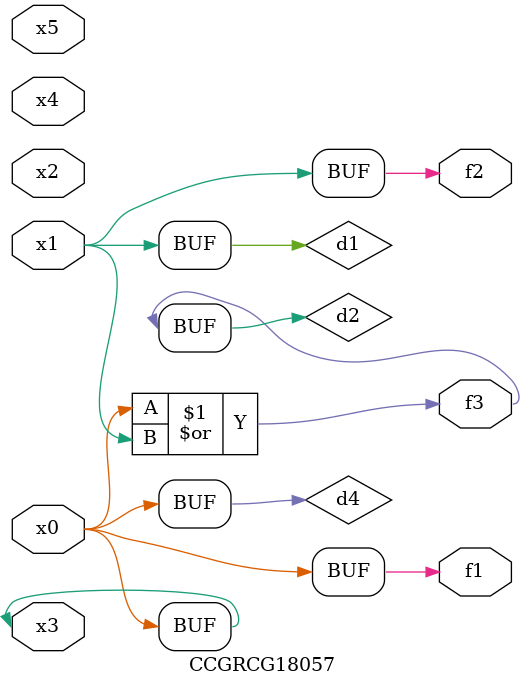
<source format=v>
module CCGRCG18057(
	input x0, x1, x2, x3, x4, x5,
	output f1, f2, f3
);

	wire d1, d2, d3, d4;

	and (d1, x1);
	or (d2, x0, x1);
	nand (d3, x0, x5);
	buf (d4, x0, x3);
	assign f1 = d4;
	assign f2 = d1;
	assign f3 = d2;
endmodule

</source>
